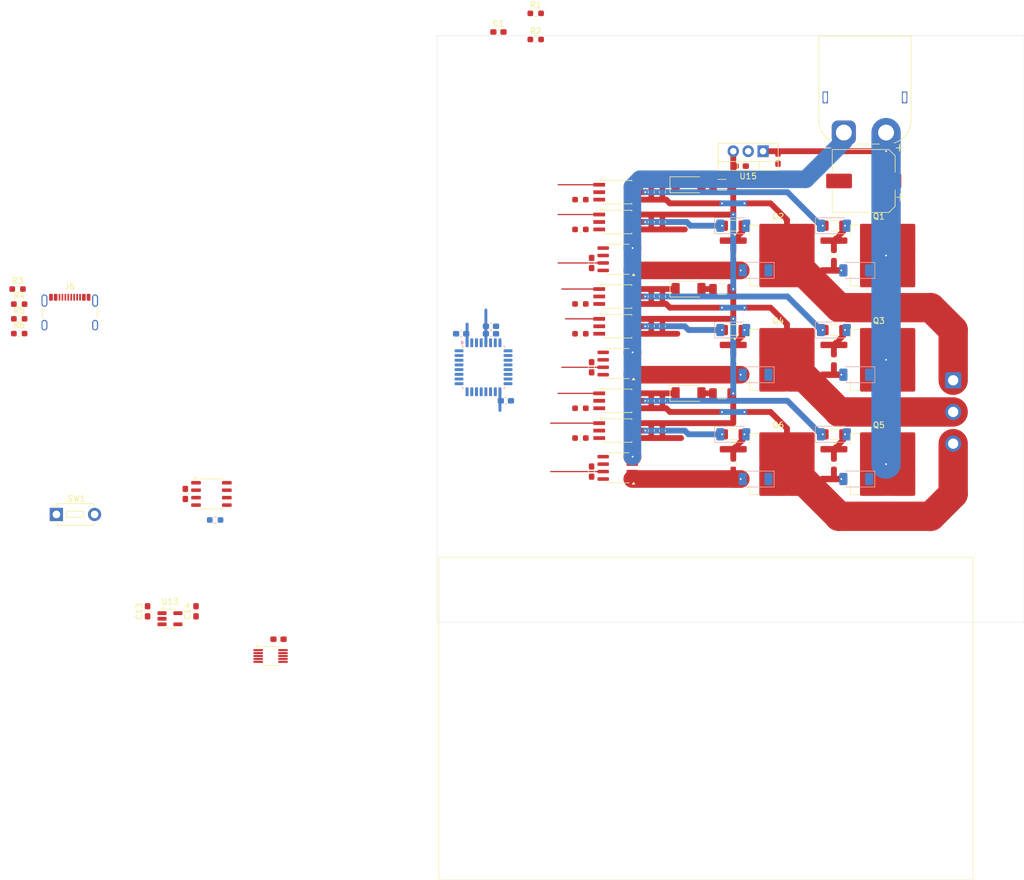
<source format=kicad_pcb>
(kicad_pcb (version 20240108) (generator "pcbnew") (generator_version "8.0")
  (layers (0 "F.Cu" signal) (31 "B.Cu" signal) (34 "B.Paste" user) (35 "F.Paste" user) (36 "B.SilkS" user "B.Silkscreen") (37 "F.SilkS" user "F.Silkscreen") (38 "B.Mask" user) (39 "F.Mask" user) (44 "Edge.Cuts" user))
  (net 0 "")
  (net 1 "GND")
  (net 2 "/NRST")
  (net 3 "+3V3")
  (net 4 "+5V")
  (net 5 "GNDPWR")
  (net 6 "+24V")
  (net 7 "Net-(D13-K)")
  (net 8 "/Inverter/U")
  (net 9 "+12V")
  (net 10 "Net-(D22-A)")
  (net 11 "/Inverter/V")
  (net 12 "Net-(D33-K)")
  (net 13 "Net-(D42-A)")
  (net 14 "/Inverter/W")
  (net 15 "Net-(D53-K)")
  (net 16 "Net-(D62-A)")
  (net 17 "Net-(D11-K)")
  (net 18 "Net-(D11-A)")
  (net 19 "Net-(D13-A)")
  (net 20 "Net-(D21-K)")
  (net 21 "Net-(D21-A)")
  (net 22 "Net-(D31-A)")
  (net 23 "Net-(D31-K)")
  (net 24 "Net-(D33-A)")
  (net 25 "Net-(D41-A)")
  (net 26 "Net-(D41-K)")
  (net 27 "Net-(D51-A)")
  (net 28 "Net-(D51-K)")
  (net 29 "Net-(D53-A)")
  (net 30 "Net-(D61-A)")
  (net 31 "Net-(D61-K)")
  (net 32 "Net-(U10-UD+)")
  (net 34 "Net-(U10-UD-)")
  (net 37 "Net-(J6-CC2)")
  (net 39 "Net-(J6-CC1)")
  (net 40 "Net-(U11-BOOT0)")
  (net 41 "Net-(J1-Pin_4)")
  (net 42 "Net-(J1-Pin_3)")
  (net 43 "Net-(R14-Pad2)")
  (net 44 "Net-(R24-Pad2)")
  (net 45 "Net-(R34-Pad2)")
  (net 46 "Net-(R44-Pad2)")
  (net 47 "Net-(R54-Pad2)")
  (net 48 "Net-(R64-Pad2)")
  (net 50 "/PWMUH")
  (net 51 "/PWMUL")
  (net 53 "/PWMVH")
  (net 56 "/PWMVL")
  (net 58 "/PWMWH")
  (net 60 "/PWMWL")
  (net 61 "/IU")
  (net 64 "/IV")
  (net 65 "/IW")
  (net 67 "/USART2_TX")
  (net 71 "/USART2_RX")
  (net 72 "/ADC1_IN1")
  (net 73 "/SWDIO")
  (net 74 "/CAN_RX")
  (net 77 "/ENCODER_A")
  (net 78 "/SWO")
  (net 79 "/ENCODER_B")
  (net 80 "/ADC1_IN2")
  (net 81 "/CAN_TX")
  (net 82 "/USART1_RX")
  (net 83 "/SWCLK")
  (net 84 "/USART1_TX")
  (footprint "Resistor_SMD:R_1206_3216Metric_Pad1.30x1.75mm_HandSolder" (layer "F.Cu") (at 229.87 31.115 180)
    (property "Reference" "R13" (hide yes))
    (property "Value" "1.3" (hide yes))
  )
  (footprint "Capacitor_SMD:C_0603_1608Metric_Pad1.08x0.95mm_HandSolder" (layer "F.Cu") (at 154.305 108.585)
    (property "Reference" "C10" (hide yes))
    (property "Value" "0.1u" (hide yes))
  )
  (footprint "Package_TO_SOT_SMD:TO-263-2" (layer "F.Cu") (at 256.57 60.96)
    (property "Reference" "Q3")
    (property "Value" "RJ1G12BGN" (hide yes))
  )
  (footprint "Capacitor_SMD:C_0603_1608Metric_Pad1.08x0.95mm_HandSolder" (layer "F.Cu") (at 207.645 44.45 -90)
    (property "Reference" "C23" (hide yes))
    (property "Value" "0.1u" (hide yes))
  )
  (footprint "Resistor_SMD:R_0603_1608Metric_Pad0.98x0.95mm_HandSolder" (layer "F.Cu") (at 231.775 78.74 -90)
    (property "Reference" "R62" (hide yes))
    (property "Value" "10k" (hide yes))
  )
  (footprint "Capacitor_SMD:C_0603_1608Metric_Pad1.08x0.95mm_HandSolder" (layer "F.Cu") (at 219.71 67.945 -90)
    (property "Reference" "C52" (hide yes))
    (property "Value" "1u" (hide yes))
  )
  (footprint "Resistor_SMD:R_0603_1608Metric_Pad0.98x0.95mm_HandSolder" (layer "F.Cu") (at 110.1325 51.465)
    (property "Reference" "R4")
    (property "Value" "10k")
  )
  (footprint "Resistor_SMD:R_0603_1608Metric_Pad0.98x0.95mm_HandSolder" (layer "F.Cu") (at 198.12 1.905)
    (property "Reference" "R1")
    (property "Value" "10k (DNP)")
  )
  (footprint "Package_SO:SO-6_4.4x3.6mm_P1.27mm" (layer "F.Cu") (at 212.09 32.385)
    (property "Reference" "U1" (hide yes))
    (property "Value" "TLP152" (hide yes))
  )
  (footprint "Capacitor_SMD:C_0603_1608Metric_Pad1.08x0.95mm_HandSolder" (layer "F.Cu") (at 217.805 32.385 -90)
    (property "Reference" "C11" (hide yes))
    (property "Value" "0.1u" (hide yes))
  )
  (footprint "Capacitor_SMD:C_0603_1608Metric_Pad1.08x0.95mm_HandSolder" (layer "F.Cu") (at 219.71 50.165 -90)
    (property "Reference" "C32" (hide yes))
    (property "Value" "1u" (hide yes))
  )
  (footprint "Capacitor_SMD:C_0603_1608Metric_Pad1.08x0.95mm_HandSolder" (layer "F.Cu") (at 132 103.825 90)
    (property "Reference" "C13")
    (property "Value" "0.1u")
  )
  (footprint "Resistor_SMD:R_1206_3216Metric_Pad1.30x1.75mm_HandSolder" (layer "F.Cu") (at 231.775 38.1)
    (property "Reference" "R21" (hide yes))
    (property "Value" "4.7" (hide yes))
  )
  (footprint "Capacitor_SMD:C_0603_1608Metric_Pad1.08x0.95mm_HandSolder" (layer "F.Cu") (at 191.77 5.08)
    (property "Reference" "C1")
    (property "Value" "0.1u")
  )
  (footprint "Capacitor_SMD:CP_Elec_10x10.5" (layer "F.Cu") (at 254 30.48 180)
    (property "Reference" "C8" (hide yes))
    (property "Value" "330u" (hide yes))
  )
  (footprint "Capacitor_SMD:C_0603_1608Metric_Pad1.08x0.95mm_HandSolder" (layer "F.Cu") (at 239.395 26.67 -90)
    (property "Reference" "C15" (hide yes))
    (property "Value" "0.1u" (hide yes))
  )
  (footprint "Resistor_SMD:R_0603_1608Metric_Pad0.98x0.95mm_HandSolder" (layer "F.Cu") (at 205.74 56.515)
    (property "Reference" "R44" (hide yes))
    (property "Value" "120" (hide yes))
  )
  (footprint "Capacitor_SMD:C_0603_1608Metric_Pad1.08x0.95mm_HandSolder" (layer "F.Cu") (at 219.71 55.245 -90)
    (property "Reference" "C42" (hide yes))
    (property "Value" "10u" (hide yes))
  )
  (footprint "Resistor_SMD:R_0603_1608Metric_Pad0.98x0.95mm_HandSolder" (layer "F.Cu") (at 198.12 6.35)
    (property "Reference" "R2")
    (property "Value" "10k")
  )
  (footprint "Resistor_SMD:R_0603_1608Metric_Pad0.98x0.95mm_HandSolder" (layer "F.Cu") (at 205.74 69.215)
    (property "Reference" "R54" (hide yes))
    (property "Value" "120" (hide yes))
  )
  (footprint "Resistor_SMD:R_1206_3216Metric_Pad1.30x1.75mm_HandSolder" (layer "F.Cu") (at 248.92 38.1)
    (property "Reference" "R11" (hide yes))
    (property "Value" "4.7" (hide yes))
  )
  (footprint "Resistor_SMD:R_0603_1608Metric_Pad0.98x0.95mm_HandSolder" (layer "F.Cu") (at 110.1325 53.975)
    (property "Reference" "R5")
    (property "Value" "10k")
  )
  (footprint "Connector_Wire:SolderWire-1sqmm_1x03_P5.4mm_D1.4mm_OD2.7mm" (layer "F.Cu") (at 269.24 64.45 -90)
    (property "Reference" "J9" (hide yes))
    (property "Value" "MOTOR" (hide yes))
  )
  (footprint "Resistor_SMD:R_0603_1608Metric_Pad0.98x0.95mm_HandSolder" (layer "F.Cu") (at 248.92 78.74 -90)
    (property "Reference" "R52" (hide yes))
    (property "Value" "10k" (hide yes))
  )
  (footprint "Capacitor_SMD:C_0603_1608Metric_Pad1.08x0.95mm_HandSolder" (layer "F.Cu") (at 207.645 62.23 -90)
    (property "Reference" "C43" (hide yes))
    (property "Value" "0.1u" (hide yes))
  )
  (footprint "Resistor_SMD:R_1206_3216Metric_Pad1.30x1.75mm_HandSolder" (layer "F.Cu") (at 248.92 55.88)
    (property "Reference" "R31" (hide yes))
    (property "Value" "4.7" (hide yes))
  )
  (footprint "Package_TO_SOT_SMD:TO-263-2" (layer "F.Cu") (at 239.425 60.96)
    (property "Reference" "Q4")
    (property "Value" "RJ1G12BGN" (hide yes))
  )
  (footprint "Resistor_SMD:R_0603_1608Metric_Pad0.98x0.95mm_HandSolder" (layer "F.Cu") (at 205.74 51.435)
    (property "Reference" "R34" (hide yes))
    (property "Value" "120" (hide yes))
  )
  (footprint "Resistor_SMD:R_0603_1608Metric_Pad0.98x0.95mm_HandSolder" (layer "F.Cu") (at 205.74 33.655)
    (property "Reference" "R14" (hide yes))
    (property "Value" "120" (hide yes))
  )
  (footprint "Resistor_SMD:R_1206_3216Metric_Pad1.30x1.75mm_HandSolder" (layer "F.Cu") (at 231.775 73.66)
    (property "Reference" "R61" (hide yes))
    (property "Value" "4.7" (hide yes))
  )
  (footprint "Button_Switch_THT:SW_PUSH_1P1T_6x3.5mm_H4.3_APEM_MJTP1243" (layer "F.Cu") (at 116.47 87.315)
    (property "Reference" "SW1")
    (property "Value" "NRST")
  )
  (footprint "Resistor_SMD:R_1206_3216Metric_Pad1.30x1.75mm_HandSolder" (layer "F.Cu") (at 248.92 73.66)
    (property "Reference" "R51" (hide yes))
    (property "Value" "4.7" (hide yes))
  )
  (footprint "Resistor_SMD:R_1206_3216Metric_Pad1.30x1.75mm_HandSolder" (layer "F.Cu") (at 229.87 48.895 180)
    (property "Reference" "R33" (hide yes))
    (property "Value" "1.3" (hide yes))
  )
  (footprint "Package_SO:SO-6_4.4x3.6mm_P1.27mm" (layer "F.Cu") (at 212.09 37.465)
    (property "Reference" "U2" (hide yes))
    (property "Value" "TLP152" (hide yes))
  )
  (footprint "Resistor_SMD:R_1206_3216Metric_Pad1.30x1.75mm_HandSolder" (layer "F.Cu") (at 229.87 66.675 180)
    (property "Reference" "R53" (hide yes))
    (property "Value" "1.3" (hide yes))
  )
  (footprint "Diode_SMD:D_SOD-128" (layer "F.Cu") (at 224.155 48.895)
    (property "Reference" "D33" (hide yes))
    (property "Value" "RBR5LAM60A" (hide yes))
  )
  (footprint "Package_TO_SOT_SMD:TO-263-2" (layer "F.Cu") (at 239.425 43.18)
    (property "Reference" "Q2")
    (property "Value" "RJ1G12BGN" (hide yes))
  )
  (footprint "Capacitor_SMD:C_0603_1608Metric_Pad1.08x0.95mm_HandSolder" (layer "F.Cu") (at 233.045 27.94)
    (property "Reference" "C16" (hide yes))
    (property "Value" "0.1u" (hide yes))
  )
  (footprint "Package_TO_SOT_SMD:SOT-23-5_HandSoldering" (layer "F.Cu") (at 135.81 105.095)
    (property "Reference" "U13")
    (property "Value" "NJM12877")
  )
  (footprint "Diode_SMD:D_SOD-128" (layer "F.Cu") (at 224.155 66.675)
    (property "Reference" "D53" (hide yes))
    (property "Value" "RBR5LAM60A" (hide yes))
  )
  (footprint "Package_SO:SOP-8_3.9x4.9mm_P1.27mm" (layer "F.Cu") (at 142.875 83.82)
    (property "Reference" "U12" (hide yes))
    (property "Value" "BD41044FJ-C" (hide yes))
  )
  (footprint "Resistor_SMD:R_0603_1608Metric_Pad0.98x0.95mm_HandSolder" (layer "F.Cu") (at 248.92 43.18 -90)
    (property "Reference" "R12" (hide yes))
    (property "Value" "10k" (hide yes))
  )
  (footprint "Capacitor_SMD:C_0603_1608Metric_Pad1.08x0.95mm_HandSolder" (layer "F.Cu") (at 217.805 73.025 -90)
    (property "Reference" "C61" (hide yes))
    (property "Value" "0.1u" (hide yes))
  )
  (footprint "Package_SO:SO-6_4.4x3.6mm_P1.27mm" (layer "F.Cu") (at 212.09 67.945)
    (property "Reference" "U5" (hide yes))
    (property "Value" "TLP152" (hide yes))
  )
  (footprint "Resistor_SMD:R_0603_1608Metric_Pad0.98x0.95mm_HandSolder" (layer "F.Cu") (at 231.775 43.18 -90)
    (property "Reference" "R22" (hide yes))
    (property "Value" "10k" (hide yes))
  )
  (footprint "Package_SO:SO-6_4.4x3.6mm_P1.27mm" (layer "F.Cu") (at 212.09 73.025)
    (property "Reference" "U6" (hide yes))
    (property "Value" "TLP152" (hide yes))
  )
  (footprint "Resistor_SMD:R_1206_3216Metric_Pad1.30x1.75mm_HandSolder" (layer "F.Cu") (at 231.775 55.88)
    (property "Reference" "R41" (hide yes))
    (property "Value" "4.7" (hide yes))
  )
  (footprint "Capacitor_SMD:C_0603_1608Metric_Pad1.08x0.95mm_HandSolder" (layer "F.Cu") (at 219.71 37.465 -90)
    (property "Reference" "C22" (hide yes))
    (property "Value" "10u" (hide yes))
  )
  (footprint "Package_SO:SO-6_4.4x3.6mm_P1.27mm" (layer "F.Cu") (at 212.09 50.165)
    (property "Reference" "U3" (hide yes))
    (property "Value" "TLP152" (hide yes))
  )
  (footprint "Capacitor_SMD:C_0603_1608Metric_Pad1.08x0.95mm_HandSolder" (layer "F.Cu") (at 217.805 67.945 -90)
    (property "Reference" "C51" (hide yes))
    (property "Value" "0.1u" (hide yes))
  )
  (footprint "Package_SO:SOIC-8_3.9x4.9mm_P1.27mm" (layer "F.Cu") (at 212.09 43.815 180)
    (property "Reference" "U7" (hide yes))
    (property "Value" "ACS711xLCTR-12AB" (hide yes))
  )
  (footprint "Diode_SMD:D_SOD-128" (layer "F.Cu") (at 224.155 31.115)
    (property "Reference" "D13" (hide yes))
    (property "Value" "RBR5LAM60A" (hide yes))
  )
  (footprint "Resistor_SMD:R_0603_1608Metric_Pad0.98x0.95mm_HandSolder" (layer "F.Cu") (at 205.74 38.735)
    (property "Reference" "R24" (hide yes))
    (property "Value" "120" (hide yes))
  )
  (footprint "Resistor_SMD:R_0603_1608Metric_Pad0.98x0.95mm_HandSolder" (layer "F.Cu") (at 205.74 74.295)
    (property "Reference" "R64" (hide yes))
    (property "Value" "120" (hide yes))
  )
  (footprint "Capacitor_SMD:C_0603_1608Metric_Pad1.08x0.95mm_HandSolder" (layer "F.Cu") (at 217.805 55.245 -90)
    (property "Reference" "C41" (hide yes))
    (property "Value" "0.1u" (hide yes))
  )
  (footprint "Package_TO_SOT_SMD:TO-263-2" (layer "F.Cu") (at 239.425 78.74)
    (property "Reference" "Q6")
    (property "Value" "RJ1G12BGN" (hide yes))
  )
  (footprint "Resistor_SMD:R_0603_1608Metric_Pad0.98x0.95mm_HandSolder" (layer "F.Cu") (at 231.775 60.96 -90)
    (property "Reference" "R42" (hide yes))
    (property "Value" "10k" (hide yes))
  )
  (footprint "Resistor_SMD:R_0603_1608Metric_Pad0.98x0.95mm_HandSolder" (layer "F.Cu") (at 109.855 48.895)
    (property "Reference" "R3")
    (property "Value" "10k")
  )
  (footprint "Capacitor_SMD:C_0603_1608Metric_Pad1.08x0.95mm_HandSolder" (layer "F.Cu") (at 207.645 80.01 -90)
    (property "Reference" "C63" (hide yes))
    (property "Value" "0.1u" (hide yes))
  )
  (footprint "Package_TO_SOT_THT:TO-220-3_Vertical" (layer "F.Cu") (at 236.855 25.4 180)
    (property "Reference" "U15")
    (property "Value" "L7812")
  )
  (footprint "Capacitor_SMD:C_0603_1608Metric_Pad1.08x0.95mm_HandSolder" (layer "F.Cu") (at 138.43 83.82 -90)
    (property "Reference" "C7" (hide yes))
    (property "Value" "0.1u" (hide yes))
  )
  (footprint "Capacitor_SMD:C_0603_1608Metric_Pad1.08x0.95mm_HandSolder" (layer "F.Cu") (at 219.71 73.025 -90)
    (property "Reference" "C62" (hide yes))
    (property "Value" "10u" (hide yes))
  )
  (footprint "Package_SO:SOIC-8_3.9x4.9mm_P1.27mm" (layer "F.Cu") (at 212.09 79.375 180)
    (property "Reference" "U9" (hide yes))
    (property "Value" "ACS711xLCTR-12AB" (hide yes))
  )
  (footprint "Capacitor_SMD:C_0603_1608Metric_Pad1.08x0.95mm_HandSolder" (layer "F.Cu") (at 219.71 32.385 -90)
    (property "Reference" "C12" (hide yes))
    (property "Value" "1u" (hide yes))
  )
  (footprint "Capacitor_SMD:C_0603_1608Metric_Pad1.08x0.95mm_HandSolder" (layer "F.Cu") (at 140.255 103.825 90)
    (property "Reference" "C14")
    (property "Value" "0.1u")
  )
  (footprint "Capacitor_SMD:C_0603_1608Metric_Pad1.08x0.95mm_HandSolder" (layer "F.Cu") (at 217.805 50.165 -90)
    (property "Reference" "C31" (hide yes))
    (property "Value" "0.1u" (hide yes))
  )
  (footprint "Package_TO_SOT_SMD:TO-263-2" (layer "F.Cu") (at 256.57 78.74)
    (property "Reference" "Q5")
    (property "Value" "RJ1G12BGN" (hide yes))
  )
  (footprint "Connector_USB:USB_C_Receptacle_GCT_USB4105-xx-A_16P_TopMnt_Horizontal" (layer "F.Cu") (at 118.745 53.975)
    (property "Reference" "J6")
    (property "Value" "USB_C_Receptacle_USB2.0_14P")
  )
  (footprint "Resistor_SMD:R_0603_1608Metric_Pad0.98x0.95mm_HandSolder" (layer "F.Cu") (at 248.92 60.96 -90)
    (property "Reference" "R32" (hide yes))
    (property "Value" "10k" (hide yes))
  )
  (footprint "Package_SO:SO-6_4.4x3.6mm_P1.27mm" (layer "F.Cu") (at 212.09 55.245)
    (property "Reference" "U4" (hide yes))
    (property "Value" "TLP152" (hide yes))
  )
  (footprint "Package_SO:SOIC-8_3.9x4.9mm_P1.27mm" (layer "F.Cu") (at 212.09 61.595 180)
    (property "Reference" "U8" (hide yes))
    (property "Value" "ACS711xLCTR-12AB" (hide yes))
  )
  (footprint "Resistor_SMD:R_0603_1608Metric_Pad0.98x0.95mm_HandSolder" (layer "F.Cu") (at 110.1325 56.485)
    (property "Reference" "R6")
    (property "Value" "10k")
  )
  (footprint "Connector_AMASS:AMASS_XT60PW-M_1x02_P7.20mm_Horizontal" (layer "F.Cu") (at 250.61 22.225)
    (property "Reference" "J8" (hide yes))
    (property "Value" "24V IN" (hide yes))
  )
  (footprint "Capacitor_SMD:C_0603_1608Metric_Pad1.08x0.95mm_HandSolder" (layer "F.Cu") (at 217.805 37.465 -90)
    (property "Reference" "C21" (hide yes))
    (property "Value" "0.1u" (hide yes))
  )
  (footprint "Package_TO_SOT_SMD:TO-263-2" (layer "F.Cu") (at 256.57 43.18)
    (property "Reference" "Q1")
    (property "Value" "RJ1G12BGN" (hide yes))
  )
  (footprint "Package_SO:MSOP-10_3x3mm_P0.5mm" (layer "F.Cu") (at 152.955 111.445)
    (property "Reference" "U10" (hide yes))
    (property "Value" "CH340E" (hide yes))
  )
  (footprint "Capacitor_SMD:C_0603_1608Metric_Pad1.08x0.95mm_HandSolder" (layer "B.Cu") (at 193.04 67.945 180)
    (property "Reference" "C3" (hide yes))
    (property "Value" "0.1u" (hide yes))
  )
  (footprint "Diode_SMD:D_SOD-128" (layer "B.Cu") (at 231.775 38.1)
    (property "Reference" "D21" (hide yes))
    (property "Value" "RBR5LAM60A" (hide yes))
  )
  (footprint "Diode_SMD:D_SOD-128" (layer "B.Cu") (at 248.92 73.66)
    (property "Reference" "D51" (hide yes))
    (property "Value" "RBR5LAM60A" (hide yes))
  )
  (footprint "Diode_SMD:D_SOD-128" (layer "B.Cu") (at 248.92 55.88)
    (property "Reference" "D31" (hide yes))
    (property "Value" "RBR5LAM60A" (hide yes))
  )
  (footprint "Diode_SMD:D_SOD-128" (layer "B.Cu") (at 235.585 81.28 180)
    (property "Reference" "D62" (hide yes))
    (property "Value" "RBR5LAM60A" (hide yes))
  )
  (footprint "Diode_SMD:D_SOD-128" (layer "B.Cu") (at 252.73 63.5 180)
    (property "Reference" "D32" (hide yes))
    (property "Value" "RBR5LAM60A" (hide yes))
  )
  (footprint "Diode_SMD:D_SOD-128" (layer "B.Cu") (at 252.73 81.28 180)
    (property "Reference" "D52" (hide yes))
    (property "Value" "RBR5LAM60A" (hide yes))
  )
  (footprint "Diode_SMD:D_SOD-128" (layer "B.Cu") (at 231.775 73.66)
    (property "Reference" "D61" (hide yes))
    (property "Value" "RBR5LAM60A" (hide yes))
  )
  (footprint "Diode_SMD:D_SOD-128" (layer "B.Cu") (at 231.775 55.88)
    (property "Reference" "D41" (hide yes))
    (property "Value" "RBR5LAM60A" (hide yes))
  )
  (footprint "Package_QFP:LQFP-32_7x7mm_P0.8mm" (layer "B.Cu") (at 189.23 62.23 -90)
    (property "Reference" "U11" (hide yes))
    (property "Value" "STM32F303K8Tx" (hide yes))
  )
  (footprint "Diode_SMD:D_SOD-128" (layer "B.Cu") (at 235.585 63.5 180)
    (property "Reference" "D42" (hide yes))
    (property "Value" "RBR5LAM60A" (hide yes))
  )
  (footprint "Diode_SMD:D_SOD-128" (layer "B.Cu") (at 252.73 45.72 180)
    (property "Reference" "D12" (hide yes))
    (property "Value" "RBR5LAM60A" (hide yes))
  )
  (footprint "Capacitor_SMD:C_0603_1608Metric_Pad1.08x0.95mm_HandSolder" (layer "B.Cu") (at 190.5 56.515)
    (property "Reference" "C5" (hide yes))
    (property "Value" "0.1u" (hide yes))
  )
  (footprint "Diode_SMD:D_SOD-128" (layer "B.Cu") (at 248.92 38.1)
    (property "Reference" "D11" (hide yes))
    (property "Value" "RBR5LAM60A" (hide yes))
  )
  (footprint "Capacitor_SMD:C_0603_1608Metric_Pad1.08x0.95mm_HandSolder" (layer "B.Cu") (at 185.42 56.515)
    (property "Reference" "C2" (hide yes))
    (property "Value" "0.1u" (hide yes))
  )
  (footprint "Resistor_SMD:R_0603_1608Metric_Pad0.98x0.95mm_HandSolder" (layer "B.Cu") (at 143.51 88.265)
    (property "Reference" "R7" (hide yes))
    (property "Value" "120" (hide yes))
  )
  (footprint "Capacitor_SMD:C_0603_1608Metric_Pad1.08x0.95mm_HandSolder" (layer "B.Cu") (at 190.5 55.245)
    (property "Reference" "C4" (hide yes))
    (property "Value" "1u" (hide yes))
  )
  (footprint "Diode_SMD:D_SOD-128" (layer "B.Cu") (at 235.585 45.72 180)
    (property "Reference" "D22" (hide yes))
    (property "Value" "RBR5LAM60A" (hide yes))
  )
  (gr_rect (start 181.61 94.615) (end 272.61 149.615) (stroke (width 0.1)) (fill none) (layer "F.SilkS"))
  (gr_rect (start 181.305 5.715) (end 281.305 105.715) (stroke (width 0.05)) (fill none) (layer "Edge.Cuts"))
  (segment (start 186.43 58.055) (end 186.43 54.87) (width 0.5) (layer "B.Cu") (net 3))
  (segment (start 189.63 58.055) (end 189.63 52.47) (width 0.5) (layer "B.Cu") (net 3))
  (segment (start 192.03 66.405) (end 192.03 69.59) (width 0.5) (layer "B.Cu") (net 3))
  (segment (start 214.565 41.91) (end 214.63 41.91) (width 3) (layer "F.Cu") (net 5))
  (segment (start 214.565 59.69) (end 214.63 59.69) (width 3) (layer "F.Cu") (net 5))
  (segment (start 214.565 77.47) (end 214.63 77.47) (width 3) (layer "F.Cu") (net 5))
  (via (at 214.63 77.47) (size 0.6) (drill 0.3) (layers "F.Cu" "B.Cu") (net 5))
  (via (at 214.63 59.69) (size 0.6) (drill 0.3) (layers "F.Cu" "B.Cu") (net 5))
  (via (at 214.63 41.91) (size 0.6) (drill 0.3) (layers "F.Cu" "B.Cu") (net 5))
  (segment (start 214.597594 31.47373) (end 215.886324 30.185) (width 3) (layer "B.Cu") (net 5))
  (segment (start 214.597594 77.437594) (end 214.597594 31.47373) (width 3) (layer "B.Cu") (net 5))
  (segment (start 244.135 30.185) (end 250.61 23.71) (width 3) (layer "B.Cu") (net 5))
  (segment (start 250.61 23.71) (end 250.61 22.225) (width 3) (layer "B.Cu") (net 5))
  (segment (start 215.886324 30.185) (end 244.135 30.185) (width 3) (layer "B.Cu") (net 5))
  (segment (start 236.855 25.4) (end 257.81 25.4) (width 1) (layer "F.Cu") (net 6))
  (via (at 257.81 78.74) (size 0.6) (drill 0.3) (layers "F.Cu" "B.Cu") (net 6))
  (via (at 257.81 43.18) (size 0.6) (drill 0.3) (layers "F.Cu" "B.Cu") (net 6))
  (via (at 257.81 25.4) (size 0.6) (drill 0.3) (layers "F.Cu" "B.Cu") (net 6))
  (via (at 257.81 60.96) (size 0.6) (drill 0.3) (layers "F.Cu" "B.Cu") (net 6))
  (segment (start 257.81 60.96) (end 257.81 78.74) (width 5) (layer "B.Cu") (net 6))
  (segment (start 257.81 25.4) (end 257.81 22.225) (width 5) (layer "B.Cu") (net 6))
  (segment (start 257.81 43.18) (end 257.81 60.96) (width 5) (layer "B.Cu") (net 6))
  (segment (start 257.81 43.18) (end 257.81 25.4) (width 5) (layer "B.Cu") (net 6))
  (segment (start 215.24 31.115) (end 221.955 31.115) (width 1) (layer "F.Cu") (net 7))
  (segment (start 229.87 34.29) (end 220.98 34.29) (width 1) (layer "F.Cu") (net 8))
  (segment (start 240.925 37.09) (end 240.925 43.18) (width 1) (layer "F.Cu") (net 8))
  (segment (start 220.98 34.29) (end 220.345 33.655) (width 1) (layer "F.Cu") (net 8))
  (segment (start 248.92 44.0925) (end 248.92 45.72) (width 1) (layer "F.Cu") (net 8))
  (segment (start 233.68 34.29) (end 238.125 34.29) (width 1) (layer "F.Cu") (net 8))
  (segment (start 238.125 34.29) (end 240.925 37.09) (width 1) (layer "F.Cu") (net 8))
  (segment (start 249.815 52.07) (end 240.925 43.18) (width 5) (layer "F.Cu") (net 8))
  (segment (start 265.43 52.07) (end 249.815 52.07) (width 5) (layer "F.Cu") (net 8))
  (segment (start 220.345 33.655) (end 215.24 33.655) (width 1) (layer "F.Cu") (net 8))
  (segment (start 269.24 64.45) (end 269.24 55.88) (width 5) (layer "F.Cu") (net 8))
  (segment (start 269.24 55.88) (end 265.43 52.07) (width 5) (layer "F.Cu") (net 8))
  (via (at 229.87 34.29) (size 0.6) (drill 0.3) (layers "F.Cu" "B.Cu") (net 8))
  (via (at 233.68 34.29) (size 0.6) (drill 0.3) (layers "F.Cu" "B.Cu") (net 8))
  (via (at 250.19 45.72) (size 0.6) (drill 0.3) (layers "F.Cu" "B.Cu") (net 8))
  (segment (start 229.87 34.29) (end 233.68 34.29) (width 1) (layer "B.Cu") (net 8))
  (segment (start 215.24 71.755) (end 231.775 71.755) (width 1) (layer "F.Cu") (net 9))
  (segment (start 231.775 25.4) (end 231.775 36.195) (width 1) (layer "F.Cu") (net 9))
  (segment (start 215.24 36.195) (end 231.775 36.195) (width 1) (layer "F.Cu") (net 9))
  (segment (start 215.24 53.975) (end 231.775 53.975) (width 1) (layer "F.Cu") (net 9))
  (segment (start 231.775 66.675) (end 231.775 71.755) (width 1) (layer "F.Cu") (net 9))
  (segment (start 231.775 48.895) (end 231.775 53.975) (width 1) (layer "F.Cu") (net 9))
  (via (at 231.775 53.975) (size 0.6) (drill 0.3) (layers "F.Cu" "B.Cu") (net 9))
  (via (at 231.775 48.895) (size 0.6) (drill 0.3) (layers "F.Cu" "B.Cu") (net 9))
  (via (at 231.775 36.195) (size 0.6) (drill 0.3) (layers "F.Cu" "B.Cu") (net 9))
  (via (at 231.775 66.675) (size 0.6) (drill 0.3) (layers "F.Cu" "B.Cu") (net 9))
  (segment (start 231.775 36.195) (end 231.775 48.895) (width 1) (layer "B.Cu") (net 9))
  (segment (start 231.775 53.975) (end 231.775 66.675) (width 1) (layer "B.Cu") (net 9))
  (segment (start 233.045 45.72) (end 214.565 45.72) (width 3) (layer "F.Cu") (net 10))
  (segment (start 215.24 38.735) (end 223.52 38.735) (width 1) (layer "F.Cu") (net 10))
  (segment (start 231.775 45.72) (end 233.045 45.72) (width 3) (layer "F.Cu") (net 10))
  (via (at 233.045 45.72) (size 0.6) (drill 0.3) (layers "F.Cu" "B.Cu") (net 10))
  (segment (start 220.98 52.07) (end 220.345 51.435) (width 1) (layer "F.Cu") (net 11))
  (segment (start 248.92 61.8725) (end 248.92 63.5) (width 1) (layer "F.Cu") (net 11))
  (segment (start 249.755 69.85) (end 249.755 69.79) (width 5) (layer "F.Cu") (net 11))
  (segment (start 269.24 69.85) (end 249.755 69.85) (width 5) (layer "F.Cu") (net 11))
  (segment (start 229.87 52.07) (end 220.98 52.07) (width 1) (layer "F.Cu") (net 11))
  (segment (start 238.125 52.07) (end 240.925 54.87) (width 1) (layer "F.Cu") (net 11))
  (segment (start 220.345 51.435) (end 215.24 51.435) (width 1) (layer "F.Cu") (net 11))
  (segment (start 233.68 52.07) (end 238.125 52.07) (width 1) (layer "F.Cu") (net 11))
  (segment (start 249.755 69.79) (end 240.925 60.96) (width 5) (layer "F.Cu") (net 11))
  (segment (start 240.925 54.87) (end 240.925 60.96) (width 1) (layer "F.Cu") (net 11))
  (via (at 250.19 63.5) (size 0.6) (drill 0.3) (layers "F.Cu" "B.Cu") (net 11))
  (via (at 233.68 52.07) (size 0.6) (drill 0.3) (layers "F.Cu" "B.Cu") (net 11))
  (via (at 229.87 52.07) (size 0.6) (drill 0.3) (layers "F.Cu" "B.Cu") (net 11))
  (segment (start 233.68 52.07) (end 229.87 52.07) (width 1) (layer "B.Cu") (net 11))
  (segment (start 215.24 48.895) (end 221.955 48.895) (width 1) (layer "F.Cu") (net 12))
  (segment (start 231.775 63.5) (end 233.045 63.5) (width 3) (layer "F.Cu") (net 13))
  (segment (start 231.775 63.5) (end 214.565 63.5) (width 3) (layer "F.Cu") (net 13))
  (segment (start 215.24 56.515) (end 222.25 56.515) (width 1) (layer "F.Cu") (net 13))
  (via (at 233.045 63.5) (size 0.6) (drill 0.3) (layers "F.Cu" "B.Cu") (net 13))
  (segment (start 220.98 69.85) (end 229.87 69.85) (width 1) (layer "F.Cu") (net 14))
  (segment (start 248.92 79.6525) (end 248.92 81.28) (width 1) (layer "F.Cu") (net 14))
  (segment (start 249.755 87.57) (end 240.925 78.74) (width 5) (layer "F.Cu") (net 14))
  (segment (start 233.68 69.85) (end 238.125 69.85) (width 1) (layer "F.Cu") (net 14))
  (segment (start 240.925 72.65) (end 240.925 78.74) (width 1) (layer "F.Cu") (net 14))
  (segment (start 269.24 83.82) (end 265.43 87.63) (width 5) (layer "F.Cu") (net 14))
  (segment (start 269.24 75.25) (end 269.24 83.82) (width 5) (layer "F.Cu") (net 14))
  (segment (start 238.125 69.85) (end 240.925 72.65) (width 1) (layer "F.Cu") (net 14))
  (segment (start 265.43 87.63) (end 249.755 87.63) (width 5) (layer "F.Cu") (net 14))
  (segment (start 249.755 87.63) (end 249.755 87.57) (width 5) (layer "F.Cu") (net 14))
  (segment (start 215.24 69.215) (end 220.345 69.215) (width 1) (layer "F.Cu") (net 14))
  (segment (start 220.345 69.215) (end 220.98 69.85) (width 1) (layer "F.Cu") (net 14))
  (via (at 229.87 69.85) (size 0.6) (drill 0.3) (layers "F.Cu" "B.Cu") (net 14))
  (via (at 250.19 81.28) (size 0.6) (drill 0.3) (layers "F.Cu" "B.Cu") (net 14))
  (via (at 233.68 69.85) (size 0.6) (drill 0.3) (layers "F.Cu" "B.Cu") (net 14))
  (segment (start 229.87 69.85) (end 233.68 69.85) (width 1) (layer "B.Cu") (net 14))
  (segment (start 215.24 66.675) (end 221.955 66.675) (width 1) (layer "F.Cu") (net 15))
  (segment (start 215.24 74.295) (end 222.885 74.295) (width 1) (layer "F.Cu") (net 16))
  (segment (start 233.045 81.28) (end 214.565 81.28) (width 3) (layer "F.Cu") (net 16))
  (segment (start 231.775 81.28) (end 233.045 81.28) (width 3) (layer "F.Cu") (net 16))
  (via (at 233.045 81.28) (size 0.6) (drill 0.3) (layers "F.Cu" "B.Cu") (net 16))
  (segment (start 215.24 32.385) (end 216.797594 32.385) (width 1) (layer "F.Cu") (net 17))
  (via (at 216.797594 32.385) (size 0.6) (drill 0.3) (layers "F.Cu" "B.Cu") (net 17))
  (via (at 247.015 38.1) (size 0.6) (drill 0.3) (layers "F.Cu" "B.Cu") (net 17))
  (segment (start 246.72 38.1) (end 247.015 38.1) (width 1) (layer "B.Cu") (net 17))
  (segment (start 241.005 32.385) (end 216.797594 32.385) (width 1) (layer "B.Cu") (net 17))
  (segment (start 247.015 38.395) (end 241.005 32.385) (width 1) (layer "B.Cu") (net 17))
  (segment (start 247.015 38.1) (end 247.015 38.395) (width 1) (layer "B.Cu") (net 17))
  (segment (start 246.72 38.1) (end 246.72 38.1) (width 1) (layer "B.Cu") (net 17))
  (segment (start 250.47 39.09) (end 250.47 38.1) (width 1) (layer "F.Cu") (net 18))
  (segment (start 250.47 39.09) (end 248.92 40.64) (width 1) (layer "F.Cu") (net 18))
  (segment (start 248.92 40.64) (end 248.92 42.2675) (width 1) (layer "F.Cu") (net 18))
  (via (at 250.825 38.1) (size 0.6) (drill 0.3) (layers "F.Cu" "B.Cu") (net 18))
  (segment (start 226.355 31.115) (end 228.32 31.115) (width 1) (layer "F.Cu") (net 19))
  (segment (start 215.24 37.465) (end 216.797594 37.465) (width 1) (layer "F.Cu") (net 20))
  (via (at 216.797594 37.465) (size 0.6) (drill 0.3) (layers "F.Cu" "B.Cu") (net 20))
  (via (at 229.87 38.1) (size 0.6) (drill 0.3) (layers "F.Cu" "B.Cu") (net 20))
  (segment (start 229.87 38.1) (end 229.575 38.1) (width 1) (layer "B.Cu") (net 20))
  (segment (start 224.4725 38.1) (end 229.87 38.1) (width 1) (layer "B.Cu") (net 20))
  (segment (start 223.8375 37.465) (end 224.4725 38.1) (width 1) (layer "B.Cu") (net 20))
  (segment (start 216.797594 37.465) (end 223.8375 37.465) (width 1) (layer "B.Cu") (net 20))
  (segment (start 233.325 39.09) (end 233.325 38.1) (width 1) (layer "F.Cu") (net 21))
  (segment (start 231.775 42.2675) (end 231.775 40.64) (width 1) (layer "F.Cu") (net 21))
  (segment (start 233.325 39.09) (end 231.775 40.64) (width 1) (layer "F.Cu") (net 21))
  (via (at 233.68 38.1) (size 0.6) (drill 0.3) (layers "F.Cu" "B.Cu") (net 21))
  (segment (start 248.92 60.0475) (end 248.92 58.42) (width 1) (layer "F.Cu") (net 22))
  (segment (start 250.47 56.87) (end 250.47 55.88) (width 1) (layer "F.Cu") (net 22))
  (segment (start 250.47 56.87) (end 248.92 58.42) (width 1) (layer "F.Cu") (net 22))
  (via (at 250.825 55.88) (size 0.6) (drill 0.3) (layers "F.Cu" "B.Cu") (net 22))
  (segment (start 215.24 50.165) (end 216.797594 50.165) (width 1) (layer "F.Cu") (net 23))
  (via (at 216.797594 50.165) (size 0.6) (drill 0.3) (layers "F.Cu" "B.Cu") (net 23))
  (via (at 247.015 55.88) (size 0.6) (drill 0.3) (layers "F.Cu" "B.Cu") (net 23))
  (segment (start 247.015 55.88) (end 247.015 56.175) (width 1) (layer "B.Cu") (net 23))
  (segment (start 246.72 55.88) (end 247.015 55.88) (width 1) (layer "B.Cu") (net 23))
  (segment (start 241.005 50.165) (end 216.797594 50.165) (width 1) (layer "B.Cu") (net 23))
  (segment (start 246.72 55.88) (end 246.72 55.88) (width 1) (layer "B.Cu") (net 23))
  (segment (start 247.015 56.175) (end 241.005 50.165) (width 1) (layer "B.Cu") (net 23))
  (segment (start 228.32 48.895) (end 226.355 48.895) (width 1) (layer "F.Cu") (net 24))
  (segment (start 231.775 60.0475) (end 231.775 58.42) (width 1) (layer "F.Cu") (net 25))
  (segment (start 233.325 56.87) (end 233.325 55.88) (width 1) (layer "F.Cu") (net 25))
  (segment (start 233.325 56.87) (end 231.775 58.42) (width 1) (layer "F.Cu") (net 25))
  (via (at 233.68 55.88) (size 0.6) (drill 0.3) (layers "F.Cu" "B.Cu") (net 25))
  (segment (start 215.24 55.245) (end 216.797594 55.245) (width 1) (layer "F.Cu") (net 26))
  (via (at 216.797594 55.245) (size 0.6) (drill 0.3) (layers "F.Cu" "B.Cu") (net 26))
  (via (at 229.87 55.88) (size 0.6) (drill 0.3) (layers "F.Cu" "B.Cu") (net 26))
  (segment (start 224.155 55.88) (end 229.87 55.88) (width 1) (layer "B.Cu") (net 26))
  (segment (start 229.87 55.88) (end 229.575 55.88) (width 1) (layer "B.Cu") (net 26))
  (segment (start 216.797594 55.245) (end 223.52 55.245) (width 1) (layer "B.Cu") (net 26))
  (segment (start 223.52 55.245) (end 224.155 55.88) (width 1) (layer "B.Cu") (net 26))
  (segment (start 250.47 74.65) (end 250.47 73.66) (width 1) (layer "F.Cu") (net 27))
  (segment (start 248.92 77.8275) (end 248.92 76.2) (width 1) (layer "F.Cu") (net 27))
  (segment (start 250.47 74.65) (end 248.92 76.2) (width 1) (layer "F.Cu") (net 27))
  (via (at 250.825 73.66) (size 0.6) (drill 0.3) (layers "F.Cu" "B.Cu") (net 27))
  (segment (start 215.24 67.945) (end 216.797594 67.945) (width 1) (layer "F.Cu") (net 28))
  (via (at 216.797594 67.945) (size 0.6) (drill 0.3) (layers "F.Cu" "B.Cu") (net 28))
  (via (at 247.015 73.66) (size 0.6) (drill 0.3) (layers "F.Cu" "B.Cu") (net 28))
  (segment (start 247.015 73.955) (end 246.72 73.66) (width 1) (layer "B.Cu") (net 28))
  (segment (start 247.015 73.66) (end 247.015 73.955) (width 1) (layer "B.Cu") (net 28))
  (segment (start 216.797594 67.945) (end 241.005 67.945) (width 1) (layer "B.Cu") (net 28))
  (segment (start 241.005 67.945) (end 246.72 73.66) (width 1) (layer "B.Cu") (net 28))
  (segment (start 246.72 73.66) (end 247.015 73.66) (width 1) (layer "B.Cu") (net 28))
  (segment (start 226.355 66.675) (end 228.32 66.675) (width 1) (layer "F.Cu") (net 29))
  (segment (start 233.325 73.66) (end 233.325 74.65) (width 1) (layer "F.Cu") (net 30))
  (segment (start 233.325 74.65) (end 231.775 76.2) (width 1) (layer "F.Cu") (net 30))
  (segment (start 231.775 76.2) (end 231.775 77.8275) (width 1) (layer "F.Cu") (net 30))
  (via (at 233.68 73.66) (size 0.6) (drill 0.3) (layers "F.Cu" "B.Cu") (net 30))
  (segment (start 215.24 73.025) (end 216.797594 73.025) (width 1) (layer "F.Cu") (net 31))
  (via (at 229.87 73.66) (size 0.6) (drill 0.3) (layers "F.Cu" "B.Cu") (net 31))
  (via (at 216.797594 73.025) (size 0.6) (drill 0.3) (layers "F.Cu" "B.Cu") (net 31))
  (segment (start 223.52 73.025) (end 224.155 73.66) (width 1) (layer "B.Cu") (net 31))
  (segment (start 224.155 73.66) (end 229.87 73.66) (width 1) (layer "B.Cu") (net 31))
  (segment (start 216.797594 73.025) (end 223.52 73.025) (width 1) (layer "B.Cu") (net 31))
  (segment (start 229.87 73.66) (end 229.575 73.66) (width 1) (layer "B.Cu") (net 31))
  (segment (start 208.94 31.115) (end 201.93 31.115) (width 0.2) (layer "F.Cu") (net 50))
  (segment (start 208.94 36.195) (end 201.93 36.195) (width 0.2) (layer "F.Cu") (net 51))
  (segment (start 208.94 48.895) (end 202.565 48.895) (width 0.2) (layer "F.Cu") (net 53))
  (segment (start 208.94 53.975) (end 203.2 53.975) (width 0.2) (layer "F.Cu") (net 56))
  (segment (start 208.94 66.675) (end 201.93 66.675) (width 0.2) (layer "F.Cu") (net 58))
  (segment (start 208.94 71.755) (end 200.66 71.755) (width 0.2) (layer "F.Cu") (net 60))
  (segment (start 209.615 44.45) (end 201.93 44.45) (width 0.2) (layer "F.Cu") (net 61))
  (segment (start 209.615 62.23) (end 202.565 62.23) (width 0.2) (layer "F.Cu") (net 64))
  (segment (start 209.615 80.01) (end 200.66 80.01) (width 0.2) (layer "F.Cu") (net 65))
)
</source>
